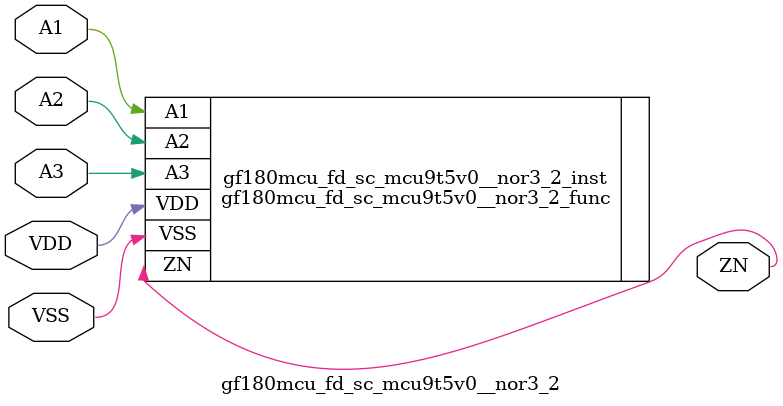
<source format=v>

module gf180mcu_fd_sc_mcu9t5v0__nor3_2( ZN, A3, A2, A1, VDD, VSS );
input A1, A2, A3;
inout VDD, VSS;
output ZN;

   `ifdef FUNCTIONAL  //  functional //

	gf180mcu_fd_sc_mcu9t5v0__nor3_2_func gf180mcu_fd_sc_mcu9t5v0__nor3_2_behav_inst(.ZN(ZN),.A3(A3),.A2(A2),.A1(A1),.VDD(VDD),.VSS(VSS));

   `else

	gf180mcu_fd_sc_mcu9t5v0__nor3_2_func gf180mcu_fd_sc_mcu9t5v0__nor3_2_inst(.ZN(ZN),.A3(A3),.A2(A2),.A1(A1),.VDD(VDD),.VSS(VSS));

	// spec_gates_begin


	// spec_gates_end



   specify

	// specify_block_begin

	// comb arc A1 --> ZN
	 (A1 => ZN) = (1.0,1.0);

	// comb arc A2 --> ZN
	 (A2 => ZN) = (1.0,1.0);

	// comb arc A3 --> ZN
	 (A3 => ZN) = (1.0,1.0);

	// specify_block_end

   endspecify

   `endif

endmodule

</source>
